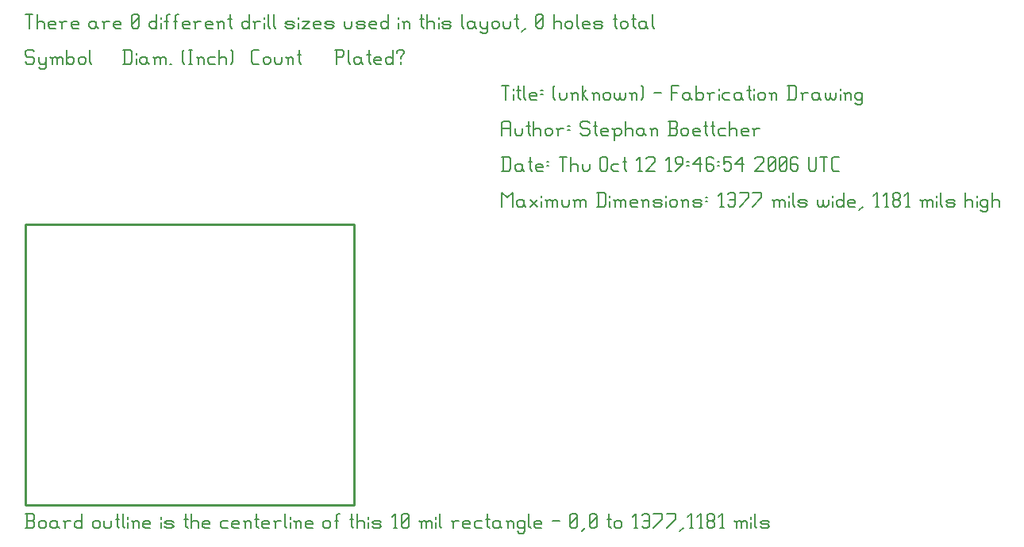
<source format=gbr>
G04 start of page 13 for group -3984 idx -3984
G04 Title: (unknown), fab *
G04 Creator: pcb-bin 20060822 *
G04 CreationDate: Thu Oct 12 19:46:54 2006 UTC *
G04 For: stephan *
G04 Format: Gerber/RS-274X *
G04 PCB-Dimensions: 137795 118110 *
G04 PCB-Coordinate-Origin: lower left *
%MOIN*%
%FSLAX24Y24*%
%LNFAB*%
%ADD11C,0.0060*%
%ADD12C,0.0100*%
G54D11*X300Y19161D02*X375Y19086D01*
X75Y19161D02*X300D01*
X0Y19086D02*X75Y19161D01*
X0Y19086D02*Y18936D01*
X75Y18861D01*
X300D01*
X375Y18786D01*
Y18636D01*
X300Y18561D02*X375Y18636D01*
X75Y18561D02*X300D01*
X0Y18636D02*X75Y18561D01*
X555Y18861D02*Y18636D01*
X630Y18561D01*
X855Y18861D02*Y18411D01*
X780Y18336D02*X855Y18411D01*
X630Y18336D02*X780D01*
X555Y18411D02*X630Y18336D01*
Y18561D02*X780D01*
X855Y18636D01*
X1110Y18786D02*Y18561D01*
Y18786D02*X1185Y18861D01*
X1260D01*
X1335Y18786D01*
Y18561D01*
Y18786D02*X1410Y18861D01*
X1485D01*
X1560Y18786D01*
Y18561D01*
X1035Y18861D02*X1110Y18786D01*
X1740Y19161D02*Y18561D01*
Y18636D02*X1815Y18561D01*
X1965D01*
X2040Y18636D01*
Y18786D02*Y18636D01*
X1965Y18861D02*X2040Y18786D01*
X1815Y18861D02*X1965D01*
X1740Y18786D02*X1815Y18861D01*
X2220Y18786D02*Y18636D01*
Y18786D02*X2295Y18861D01*
X2445D01*
X2520Y18786D01*
Y18636D01*
X2445Y18561D02*X2520Y18636D01*
X2295Y18561D02*X2445D01*
X2220Y18636D02*X2295Y18561D01*
X2700Y19161D02*Y18636D01*
X2775Y18561D01*
X4175Y19161D02*Y18561D01*
X4400Y19161D02*X4475Y19086D01*
Y18636D01*
X4400Y18561D02*X4475Y18636D01*
X4100Y18561D02*X4400D01*
X4100Y19161D02*X4400D01*
X4655Y19011D02*Y18936D01*
Y18786D02*Y18561D01*
X5030Y18861D02*X5105Y18786D01*
X4880Y18861D02*X5030D01*
X4805Y18786D02*X4880Y18861D01*
X4805Y18786D02*Y18636D01*
X4880Y18561D01*
X5105Y18861D02*Y18636D01*
X5180Y18561D01*
X4880D02*X5030D01*
X5105Y18636D01*
X5435Y18786D02*Y18561D01*
Y18786D02*X5510Y18861D01*
X5585D01*
X5660Y18786D01*
Y18561D01*
Y18786D02*X5735Y18861D01*
X5810D01*
X5885Y18786D01*
Y18561D01*
X5360Y18861D02*X5435Y18786D01*
X6065Y18561D02*X6140D01*
X6590Y18636D02*X6665Y18561D01*
X6590Y19086D02*X6665Y19161D01*
X6590Y19086D02*Y18636D01*
X6845Y19161D02*X6995D01*
X6920D02*Y18561D01*
X6845D02*X6995D01*
X7251Y18786D02*Y18561D01*
Y18786D02*X7326Y18861D01*
X7401D01*
X7476Y18786D01*
Y18561D01*
X7176Y18861D02*X7251Y18786D01*
X7731Y18861D02*X7956D01*
X7656Y18786D02*X7731Y18861D01*
X7656Y18786D02*Y18636D01*
X7731Y18561D01*
X7956D01*
X8136Y19161D02*Y18561D01*
Y18786D02*X8211Y18861D01*
X8361D01*
X8436Y18786D01*
Y18561D01*
X8616Y19161D02*X8691Y19086D01*
Y18636D01*
X8616Y18561D02*X8691Y18636D01*
X9575Y18561D02*X9800D01*
X9500Y18636D02*X9575Y18561D01*
X9500Y19086D02*Y18636D01*
Y19086D02*X9575Y19161D01*
X9800D01*
X9980Y18786D02*Y18636D01*
Y18786D02*X10055Y18861D01*
X10205D01*
X10280Y18786D01*
Y18636D01*
X10205Y18561D02*X10280Y18636D01*
X10055Y18561D02*X10205D01*
X9980Y18636D02*X10055Y18561D01*
X10460Y18861D02*Y18636D01*
X10535Y18561D01*
X10685D01*
X10760Y18636D01*
Y18861D02*Y18636D01*
X11015Y18786D02*Y18561D01*
Y18786D02*X11090Y18861D01*
X11165D01*
X11240Y18786D01*
Y18561D01*
X10940Y18861D02*X11015Y18786D01*
X11495Y19161D02*Y18636D01*
X11570Y18561D01*
X11420Y18936D02*X11570D01*
X13075Y19161D02*Y18561D01*
X13000Y19161D02*X13300D01*
X13375Y19086D01*
Y18936D01*
X13300Y18861D02*X13375Y18936D01*
X13075Y18861D02*X13300D01*
X13555Y19161D02*Y18636D01*
X13630Y18561D01*
X14005Y18861D02*X14080Y18786D01*
X13855Y18861D02*X14005D01*
X13780Y18786D02*X13855Y18861D01*
X13780Y18786D02*Y18636D01*
X13855Y18561D01*
X14080Y18861D02*Y18636D01*
X14155Y18561D01*
X13855D02*X14005D01*
X14080Y18636D01*
X14410Y19161D02*Y18636D01*
X14485Y18561D01*
X14335Y18936D02*X14485D01*
X14710Y18561D02*X14935D01*
X14635Y18636D02*X14710Y18561D01*
X14635Y18786D02*Y18636D01*
Y18786D02*X14710Y18861D01*
X14860D01*
X14935Y18786D01*
X14635Y18711D02*X14935D01*
Y18786D02*Y18711D01*
X15415Y19161D02*Y18561D01*
X15340D02*X15415Y18636D01*
X15190Y18561D02*X15340D01*
X15115Y18636D02*X15190Y18561D01*
X15115Y18786D02*Y18636D01*
Y18786D02*X15190Y18861D01*
X15340D01*
X15415Y18786D01*
X15745Y18861D02*Y18786D01*
Y18636D02*Y18561D01*
X15595Y19086D02*Y19011D01*
Y19086D02*X15670Y19161D01*
X15820D01*
X15895Y19086D01*
Y19011D01*
X15745Y18861D02*X15895Y19011D01*
X0Y20661D02*X300D01*
X150D02*Y20061D01*
X480Y20661D02*Y20061D01*
Y20286D02*X555Y20361D01*
X705D01*
X780Y20286D01*
Y20061D01*
X1035D02*X1260D01*
X960Y20136D02*X1035Y20061D01*
X960Y20286D02*Y20136D01*
Y20286D02*X1035Y20361D01*
X1185D01*
X1260Y20286D01*
X960Y20211D02*X1260D01*
Y20286D02*Y20211D01*
X1515Y20286D02*Y20061D01*
Y20286D02*X1590Y20361D01*
X1740D01*
X1440D02*X1515Y20286D01*
X1995Y20061D02*X2220D01*
X1920Y20136D02*X1995Y20061D01*
X1920Y20286D02*Y20136D01*
Y20286D02*X1995Y20361D01*
X2145D01*
X2220Y20286D01*
X1920Y20211D02*X2220D01*
Y20286D02*Y20211D01*
X2895Y20361D02*X2970Y20286D01*
X2745Y20361D02*X2895D01*
X2670Y20286D02*X2745Y20361D01*
X2670Y20286D02*Y20136D01*
X2745Y20061D01*
X2970Y20361D02*Y20136D01*
X3045Y20061D01*
X2745D02*X2895D01*
X2970Y20136D01*
X3300Y20286D02*Y20061D01*
Y20286D02*X3375Y20361D01*
X3525D01*
X3225D02*X3300Y20286D01*
X3781Y20061D02*X4006D01*
X3706Y20136D02*X3781Y20061D01*
X3706Y20286D02*Y20136D01*
Y20286D02*X3781Y20361D01*
X3931D01*
X4006Y20286D01*
X3706Y20211D02*X4006D01*
Y20286D02*Y20211D01*
X4456Y20136D02*X4531Y20061D01*
X4456Y20586D02*Y20136D01*
Y20586D02*X4531Y20661D01*
X4681D01*
X4756Y20586D01*
Y20136D01*
X4681Y20061D02*X4756Y20136D01*
X4531Y20061D02*X4681D01*
X4456Y20211D02*X4756Y20511D01*
X5506Y20661D02*Y20061D01*
X5431D02*X5506Y20136D01*
X5281Y20061D02*X5431D01*
X5206Y20136D02*X5281Y20061D01*
X5206Y20286D02*Y20136D01*
Y20286D02*X5281Y20361D01*
X5431D01*
X5506Y20286D01*
X5686Y20511D02*Y20436D01*
Y20286D02*Y20061D01*
X5911Y20586D02*Y20061D01*
Y20586D02*X5986Y20661D01*
X6061D01*
X5836Y20361D02*X5986D01*
X6286Y20586D02*Y20061D01*
Y20586D02*X6361Y20661D01*
X6436D01*
X6211Y20361D02*X6361D01*
X6661Y20061D02*X6886D01*
X6586Y20136D02*X6661Y20061D01*
X6586Y20286D02*Y20136D01*
Y20286D02*X6661Y20361D01*
X6811D01*
X6886Y20286D01*
X6586Y20211D02*X6886D01*
Y20286D02*Y20211D01*
X7142Y20286D02*Y20061D01*
Y20286D02*X7217Y20361D01*
X7367D01*
X7067D02*X7142Y20286D01*
X7622Y20061D02*X7847D01*
X7547Y20136D02*X7622Y20061D01*
X7547Y20286D02*Y20136D01*
Y20286D02*X7622Y20361D01*
X7772D01*
X7847Y20286D01*
X7547Y20211D02*X7847D01*
Y20286D02*Y20211D01*
X8102Y20286D02*Y20061D01*
Y20286D02*X8177Y20361D01*
X8252D01*
X8327Y20286D01*
Y20061D01*
X8027Y20361D02*X8102Y20286D01*
X8582Y20661D02*Y20136D01*
X8657Y20061D01*
X8507Y20436D02*X8657D01*
X9377Y20661D02*Y20061D01*
X9302D02*X9377Y20136D01*
X9152Y20061D02*X9302D01*
X9077Y20136D02*X9152Y20061D01*
X9077Y20286D02*Y20136D01*
Y20286D02*X9152Y20361D01*
X9302D01*
X9377Y20286D01*
X9632D02*Y20061D01*
Y20286D02*X9707Y20361D01*
X9857D01*
X9557D02*X9632Y20286D01*
X10038Y20511D02*Y20436D01*
Y20286D02*Y20061D01*
X10188Y20661D02*Y20136D01*
X10263Y20061D01*
X10413Y20661D02*Y20136D01*
X10488Y20061D01*
X10983D02*X11208D01*
X11283Y20136D01*
X11208Y20211D02*X11283Y20136D01*
X10983Y20211D02*X11208D01*
X10908Y20286D02*X10983Y20211D01*
X10908Y20286D02*X10983Y20361D01*
X11208D01*
X11283Y20286D01*
X10908Y20136D02*X10983Y20061D01*
X11463Y20511D02*Y20436D01*
Y20286D02*Y20061D01*
X11613Y20361D02*X11913D01*
X11613Y20061D02*X11913Y20361D01*
X11613Y20061D02*X11913D01*
X12168D02*X12393D01*
X12093Y20136D02*X12168Y20061D01*
X12093Y20286D02*Y20136D01*
Y20286D02*X12168Y20361D01*
X12318D01*
X12393Y20286D01*
X12093Y20211D02*X12393D01*
Y20286D02*Y20211D01*
X12649Y20061D02*X12874D01*
X12949Y20136D01*
X12874Y20211D02*X12949Y20136D01*
X12649Y20211D02*X12874D01*
X12574Y20286D02*X12649Y20211D01*
X12574Y20286D02*X12649Y20361D01*
X12874D01*
X12949Y20286D01*
X12574Y20136D02*X12649Y20061D01*
X13399Y20361D02*Y20136D01*
X13474Y20061D01*
X13624D01*
X13699Y20136D01*
Y20361D02*Y20136D01*
X13954Y20061D02*X14179D01*
X14254Y20136D01*
X14179Y20211D02*X14254Y20136D01*
X13954Y20211D02*X14179D01*
X13879Y20286D02*X13954Y20211D01*
X13879Y20286D02*X13954Y20361D01*
X14179D01*
X14254Y20286D01*
X13879Y20136D02*X13954Y20061D01*
X14509D02*X14734D01*
X14434Y20136D02*X14509Y20061D01*
X14434Y20286D02*Y20136D01*
Y20286D02*X14509Y20361D01*
X14659D01*
X14734Y20286D01*
X14434Y20211D02*X14734D01*
Y20286D02*Y20211D01*
X15214Y20661D02*Y20061D01*
X15139D02*X15214Y20136D01*
X14989Y20061D02*X15139D01*
X14914Y20136D02*X14989Y20061D01*
X14914Y20286D02*Y20136D01*
Y20286D02*X14989Y20361D01*
X15139D01*
X15214Y20286D01*
X15664Y20511D02*Y20436D01*
Y20286D02*Y20061D01*
X15889Y20286D02*Y20061D01*
Y20286D02*X15964Y20361D01*
X16039D01*
X16114Y20286D01*
Y20061D01*
X15814Y20361D02*X15889Y20286D01*
X16640Y20661D02*Y20136D01*
X16715Y20061D01*
X16565Y20436D02*X16715D01*
X16865Y20661D02*Y20061D01*
Y20286D02*X16940Y20361D01*
X17090D01*
X17165Y20286D01*
Y20061D01*
X17345Y20511D02*Y20436D01*
Y20286D02*Y20061D01*
X17570D02*X17795D01*
X17870Y20136D01*
X17795Y20211D02*X17870Y20136D01*
X17570Y20211D02*X17795D01*
X17495Y20286D02*X17570Y20211D01*
X17495Y20286D02*X17570Y20361D01*
X17795D01*
X17870Y20286D01*
X17495Y20136D02*X17570Y20061D01*
X18320Y20661D02*Y20136D01*
X18395Y20061D01*
X18770Y20361D02*X18845Y20286D01*
X18620Y20361D02*X18770D01*
X18545Y20286D02*X18620Y20361D01*
X18545Y20286D02*Y20136D01*
X18620Y20061D01*
X18845Y20361D02*Y20136D01*
X18920Y20061D01*
X18620D02*X18770D01*
X18845Y20136D01*
X19101Y20361D02*Y20136D01*
X19176Y20061D01*
X19401Y20361D02*Y19911D01*
X19326Y19836D02*X19401Y19911D01*
X19176Y19836D02*X19326D01*
X19101Y19911D02*X19176Y19836D01*
Y20061D02*X19326D01*
X19401Y20136D01*
X19581Y20286D02*Y20136D01*
Y20286D02*X19656Y20361D01*
X19806D01*
X19881Y20286D01*
Y20136D01*
X19806Y20061D02*X19881Y20136D01*
X19656Y20061D02*X19806D01*
X19581Y20136D02*X19656Y20061D01*
X20061Y20361D02*Y20136D01*
X20136Y20061D01*
X20286D01*
X20361Y20136D01*
Y20361D02*Y20136D01*
X20616Y20661D02*Y20136D01*
X20691Y20061D01*
X20541Y20436D02*X20691D01*
X20841Y19911D02*X20991Y20061D01*
X21441Y20136D02*X21516Y20061D01*
X21441Y20586D02*Y20136D01*
Y20586D02*X21516Y20661D01*
X21666D01*
X21741Y20586D01*
Y20136D01*
X21666Y20061D02*X21741Y20136D01*
X21516Y20061D02*X21666D01*
X21441Y20211D02*X21741Y20511D01*
X22191Y20661D02*Y20061D01*
Y20286D02*X22266Y20361D01*
X22416D01*
X22491Y20286D01*
Y20061D01*
X22672Y20286D02*Y20136D01*
Y20286D02*X22747Y20361D01*
X22897D01*
X22972Y20286D01*
Y20136D01*
X22897Y20061D02*X22972Y20136D01*
X22747Y20061D02*X22897D01*
X22672Y20136D02*X22747Y20061D01*
X23152Y20661D02*Y20136D01*
X23227Y20061D01*
X23452D02*X23677D01*
X23377Y20136D02*X23452Y20061D01*
X23377Y20286D02*Y20136D01*
Y20286D02*X23452Y20361D01*
X23602D01*
X23677Y20286D01*
X23377Y20211D02*X23677D01*
Y20286D02*Y20211D01*
X23932Y20061D02*X24157D01*
X24232Y20136D01*
X24157Y20211D02*X24232Y20136D01*
X23932Y20211D02*X24157D01*
X23857Y20286D02*X23932Y20211D01*
X23857Y20286D02*X23932Y20361D01*
X24157D01*
X24232Y20286D01*
X23857Y20136D02*X23932Y20061D01*
X24757Y20661D02*Y20136D01*
X24832Y20061D01*
X24682Y20436D02*X24832D01*
X24982Y20286D02*Y20136D01*
Y20286D02*X25057Y20361D01*
X25207D01*
X25282Y20286D01*
Y20136D01*
X25207Y20061D02*X25282Y20136D01*
X25057Y20061D02*X25207D01*
X24982Y20136D02*X25057Y20061D01*
X25537Y20661D02*Y20136D01*
X25612Y20061D01*
X25462Y20436D02*X25612D01*
X25988Y20361D02*X26063Y20286D01*
X25838Y20361D02*X25988D01*
X25763Y20286D02*X25838Y20361D01*
X25763Y20286D02*Y20136D01*
X25838Y20061D01*
X26063Y20361D02*Y20136D01*
X26138Y20061D01*
X25838D02*X25988D01*
X26063Y20136D01*
X26318Y20661D02*Y20136D01*
X26393Y20061D01*
G54D12*X0Y11811D02*X13779D01*
X0D02*Y0D01*
X13779Y11811D02*Y0D01*
X0D02*X13779D01*
G54D11*X20000Y13161D02*Y12561D01*
Y13161D02*X20225Y12936D01*
X20450Y13161D01*
Y12561D01*
X20855Y12861D02*X20930Y12786D01*
X20705Y12861D02*X20855D01*
X20630Y12786D02*X20705Y12861D01*
X20630Y12786D02*Y12636D01*
X20705Y12561D01*
X20930Y12861D02*Y12636D01*
X21005Y12561D01*
X20705D02*X20855D01*
X20930Y12636D01*
X21185Y12861D02*X21485Y12561D01*
X21185D02*X21485Y12861D01*
X21665Y13011D02*Y12936D01*
Y12786D02*Y12561D01*
X21890Y12786D02*Y12561D01*
Y12786D02*X21965Y12861D01*
X22040D01*
X22115Y12786D01*
Y12561D01*
Y12786D02*X22190Y12861D01*
X22265D01*
X22340Y12786D01*
Y12561D01*
X21815Y12861D02*X21890Y12786D01*
X22520Y12861D02*Y12636D01*
X22595Y12561D01*
X22745D01*
X22820Y12636D01*
Y12861D02*Y12636D01*
X23075Y12786D02*Y12561D01*
Y12786D02*X23150Y12861D01*
X23225D01*
X23300Y12786D01*
Y12561D01*
Y12786D02*X23375Y12861D01*
X23450D01*
X23525Y12786D01*
Y12561D01*
X23000Y12861D02*X23075Y12786D01*
X24051Y13161D02*Y12561D01*
X24276Y13161D02*X24351Y13086D01*
Y12636D01*
X24276Y12561D02*X24351Y12636D01*
X23976Y12561D02*X24276D01*
X23976Y13161D02*X24276D01*
X24531Y13011D02*Y12936D01*
Y12786D02*Y12561D01*
X24756Y12786D02*Y12561D01*
Y12786D02*X24831Y12861D01*
X24906D01*
X24981Y12786D01*
Y12561D01*
Y12786D02*X25056Y12861D01*
X25131D01*
X25206Y12786D01*
Y12561D01*
X24681Y12861D02*X24756Y12786D01*
X25461Y12561D02*X25686D01*
X25386Y12636D02*X25461Y12561D01*
X25386Y12786D02*Y12636D01*
Y12786D02*X25461Y12861D01*
X25611D01*
X25686Y12786D01*
X25386Y12711D02*X25686D01*
Y12786D02*Y12711D01*
X25941Y12786D02*Y12561D01*
Y12786D02*X26016Y12861D01*
X26091D01*
X26166Y12786D01*
Y12561D01*
X25866Y12861D02*X25941Y12786D01*
X26421Y12561D02*X26646D01*
X26721Y12636D01*
X26646Y12711D02*X26721Y12636D01*
X26421Y12711D02*X26646D01*
X26346Y12786D02*X26421Y12711D01*
X26346Y12786D02*X26421Y12861D01*
X26646D01*
X26721Y12786D01*
X26346Y12636D02*X26421Y12561D01*
X26901Y13011D02*Y12936D01*
Y12786D02*Y12561D01*
X27052Y12786D02*Y12636D01*
Y12786D02*X27127Y12861D01*
X27277D01*
X27352Y12786D01*
Y12636D01*
X27277Y12561D02*X27352Y12636D01*
X27127Y12561D02*X27277D01*
X27052Y12636D02*X27127Y12561D01*
X27607Y12786D02*Y12561D01*
Y12786D02*X27682Y12861D01*
X27757D01*
X27832Y12786D01*
Y12561D01*
X27532Y12861D02*X27607Y12786D01*
X28087Y12561D02*X28312D01*
X28387Y12636D01*
X28312Y12711D02*X28387Y12636D01*
X28087Y12711D02*X28312D01*
X28012Y12786D02*X28087Y12711D01*
X28012Y12786D02*X28087Y12861D01*
X28312D01*
X28387Y12786D01*
X28012Y12636D02*X28087Y12561D01*
X28567Y12936D02*X28642D01*
X28567Y12786D02*X28642D01*
X29167Y12561D02*X29317D01*
X29242Y13161D02*Y12561D01*
X29092Y13011D02*X29242Y13161D01*
X29497Y13086D02*X29572Y13161D01*
X29722D01*
X29797Y13086D01*
Y12636D01*
X29722Y12561D02*X29797Y12636D01*
X29572Y12561D02*X29722D01*
X29497Y12636D02*X29572Y12561D01*
Y12861D02*X29797D01*
X29978Y12561D02*X30353Y12936D01*
Y13161D02*Y12936D01*
X29978Y13161D02*X30353D01*
X30533Y12561D02*X30908Y12936D01*
Y13161D02*Y12936D01*
X30533Y13161D02*X30908D01*
X31433Y12786D02*Y12561D01*
Y12786D02*X31508Y12861D01*
X31583D01*
X31658Y12786D01*
Y12561D01*
Y12786D02*X31733Y12861D01*
X31808D01*
X31883Y12786D01*
Y12561D01*
X31358Y12861D02*X31433Y12786D01*
X32063Y13011D02*Y12936D01*
Y12786D02*Y12561D01*
X32213Y13161D02*Y12636D01*
X32288Y12561D01*
X32513D02*X32738D01*
X32813Y12636D01*
X32738Y12711D02*X32813Y12636D01*
X32513Y12711D02*X32738D01*
X32438Y12786D02*X32513Y12711D01*
X32438Y12786D02*X32513Y12861D01*
X32738D01*
X32813Y12786D01*
X32438Y12636D02*X32513Y12561D01*
X33263Y12861D02*Y12636D01*
X33338Y12561D01*
X33413D01*
X33488Y12636D01*
Y12861D02*Y12636D01*
X33563Y12561D01*
X33638D01*
X33713Y12636D01*
Y12861D02*Y12636D01*
X33894Y13011D02*Y12936D01*
Y12786D02*Y12561D01*
X34344Y13161D02*Y12561D01*
X34269D02*X34344Y12636D01*
X34119Y12561D02*X34269D01*
X34044Y12636D02*X34119Y12561D01*
X34044Y12786D02*Y12636D01*
Y12786D02*X34119Y12861D01*
X34269D01*
X34344Y12786D01*
X34599Y12561D02*X34824D01*
X34524Y12636D02*X34599Y12561D01*
X34524Y12786D02*Y12636D01*
Y12786D02*X34599Y12861D01*
X34749D01*
X34824Y12786D01*
X34524Y12711D02*X34824D01*
Y12786D02*Y12711D01*
X35004Y12411D02*X35154Y12561D01*
X35679D02*X35829D01*
X35754Y13161D02*Y12561D01*
X35604Y13011D02*X35754Y13161D01*
X36084Y12561D02*X36234D01*
X36159Y13161D02*Y12561D01*
X36009Y13011D02*X36159Y13161D01*
X36414Y12636D02*X36489Y12561D01*
X36414Y12786D02*Y12636D01*
Y12786D02*X36489Y12861D01*
X36639D01*
X36714Y12786D01*
Y12636D01*
X36639Y12561D02*X36714Y12636D01*
X36489Y12561D02*X36639D01*
X36414Y12936D02*X36489Y12861D01*
X36414Y13086D02*Y12936D01*
Y13086D02*X36489Y13161D01*
X36639D01*
X36714Y13086D01*
Y12936D01*
X36639Y12861D02*X36714Y12936D01*
X36970Y12561D02*X37120D01*
X37045Y13161D02*Y12561D01*
X36895Y13011D02*X37045Y13161D01*
X37645Y12786D02*Y12561D01*
Y12786D02*X37720Y12861D01*
X37795D01*
X37870Y12786D01*
Y12561D01*
Y12786D02*X37945Y12861D01*
X38020D01*
X38095Y12786D01*
Y12561D01*
X37570Y12861D02*X37645Y12786D01*
X38275Y13011D02*Y12936D01*
Y12786D02*Y12561D01*
X38425Y13161D02*Y12636D01*
X38500Y12561D01*
X38725D02*X38950D01*
X39025Y12636D01*
X38950Y12711D02*X39025Y12636D01*
X38725Y12711D02*X38950D01*
X38650Y12786D02*X38725Y12711D01*
X38650Y12786D02*X38725Y12861D01*
X38950D01*
X39025Y12786D01*
X38650Y12636D02*X38725Y12561D01*
X39475Y13161D02*Y12561D01*
Y12786D02*X39550Y12861D01*
X39700D01*
X39775Y12786D01*
Y12561D01*
X39956Y13011D02*Y12936D01*
Y12786D02*Y12561D01*
X40331Y12861D02*X40406Y12786D01*
X40181Y12861D02*X40331D01*
X40106Y12786D02*X40181Y12861D01*
X40106Y12786D02*Y12636D01*
X40181Y12561D01*
X40331D01*
X40406Y12636D01*
X40106Y12411D02*X40181Y12336D01*
X40331D01*
X40406Y12411D01*
Y12861D02*Y12411D01*
X40586Y13161D02*Y12561D01*
Y12786D02*X40661Y12861D01*
X40811D01*
X40886Y12786D01*
Y12561D01*
X0Y-950D02*X300D01*
X375Y-875D01*
Y-725D02*Y-875D01*
X300Y-650D02*X375Y-725D01*
X75Y-650D02*X300D01*
X75Y-350D02*Y-950D01*
X0Y-350D02*X300D01*
X375Y-425D01*
Y-575D01*
X300Y-650D02*X375Y-575D01*
X555Y-725D02*Y-875D01*
Y-725D02*X630Y-650D01*
X780D01*
X855Y-725D01*
Y-875D01*
X780Y-950D02*X855Y-875D01*
X630Y-950D02*X780D01*
X555Y-875D02*X630Y-950D01*
X1260Y-650D02*X1335Y-725D01*
X1110Y-650D02*X1260D01*
X1035Y-725D02*X1110Y-650D01*
X1035Y-725D02*Y-875D01*
X1110Y-950D01*
X1335Y-650D02*Y-875D01*
X1410Y-950D01*
X1110D02*X1260D01*
X1335Y-875D01*
X1665Y-725D02*Y-950D01*
Y-725D02*X1740Y-650D01*
X1890D01*
X1590D02*X1665Y-725D01*
X2370Y-350D02*Y-950D01*
X2295D02*X2370Y-875D01*
X2145Y-950D02*X2295D01*
X2070Y-875D02*X2145Y-950D01*
X2070Y-725D02*Y-875D01*
Y-725D02*X2145Y-650D01*
X2295D01*
X2370Y-725D01*
X2820D02*Y-875D01*
Y-725D02*X2895Y-650D01*
X3045D01*
X3120Y-725D01*
Y-875D01*
X3045Y-950D02*X3120Y-875D01*
X2895Y-950D02*X3045D01*
X2820Y-875D02*X2895Y-950D01*
X3300Y-650D02*Y-875D01*
X3375Y-950D01*
X3525D01*
X3600Y-875D01*
Y-650D02*Y-875D01*
X3856Y-350D02*Y-875D01*
X3931Y-950D01*
X3781Y-575D02*X3931D01*
X4081Y-350D02*Y-875D01*
X4156Y-950D01*
X4306Y-500D02*Y-575D01*
Y-725D02*Y-950D01*
X4531Y-725D02*Y-950D01*
Y-725D02*X4606Y-650D01*
X4681D01*
X4756Y-725D01*
Y-950D01*
X4456Y-650D02*X4531Y-725D01*
X5011Y-950D02*X5236D01*
X4936Y-875D02*X5011Y-950D01*
X4936Y-725D02*Y-875D01*
Y-725D02*X5011Y-650D01*
X5161D01*
X5236Y-725D01*
X4936Y-800D02*X5236D01*
Y-725D02*Y-800D01*
X5686Y-500D02*Y-575D01*
Y-725D02*Y-950D01*
X5911D02*X6136D01*
X6211Y-875D01*
X6136Y-800D02*X6211Y-875D01*
X5911Y-800D02*X6136D01*
X5836Y-725D02*X5911Y-800D01*
X5836Y-725D02*X5911Y-650D01*
X6136D01*
X6211Y-725D01*
X5836Y-875D02*X5911Y-950D01*
X6737Y-350D02*Y-875D01*
X6812Y-950D01*
X6662Y-575D02*X6812D01*
X6962Y-350D02*Y-950D01*
Y-725D02*X7037Y-650D01*
X7187D01*
X7262Y-725D01*
Y-950D01*
X7517D02*X7742D01*
X7442Y-875D02*X7517Y-950D01*
X7442Y-725D02*Y-875D01*
Y-725D02*X7517Y-650D01*
X7667D01*
X7742Y-725D01*
X7442Y-800D02*X7742D01*
Y-725D02*Y-800D01*
X8267Y-650D02*X8492D01*
X8192Y-725D02*X8267Y-650D01*
X8192Y-725D02*Y-875D01*
X8267Y-950D01*
X8492D01*
X8747D02*X8972D01*
X8672Y-875D02*X8747Y-950D01*
X8672Y-725D02*Y-875D01*
Y-725D02*X8747Y-650D01*
X8897D01*
X8972Y-725D01*
X8672Y-800D02*X8972D01*
Y-725D02*Y-800D01*
X9227Y-725D02*Y-950D01*
Y-725D02*X9302Y-650D01*
X9377D01*
X9452Y-725D01*
Y-950D01*
X9152Y-650D02*X9227Y-725D01*
X9708Y-350D02*Y-875D01*
X9783Y-950D01*
X9633Y-575D02*X9783D01*
X10008Y-950D02*X10233D01*
X9933Y-875D02*X10008Y-950D01*
X9933Y-725D02*Y-875D01*
Y-725D02*X10008Y-650D01*
X10158D01*
X10233Y-725D01*
X9933Y-800D02*X10233D01*
Y-725D02*Y-800D01*
X10488Y-725D02*Y-950D01*
Y-725D02*X10563Y-650D01*
X10713D01*
X10413D02*X10488Y-725D01*
X10893Y-350D02*Y-875D01*
X10968Y-950D01*
X11118Y-500D02*Y-575D01*
Y-725D02*Y-950D01*
X11343Y-725D02*Y-950D01*
Y-725D02*X11418Y-650D01*
X11493D01*
X11568Y-725D01*
Y-950D01*
X11268Y-650D02*X11343Y-725D01*
X11823Y-950D02*X12048D01*
X11748Y-875D02*X11823Y-950D01*
X11748Y-725D02*Y-875D01*
Y-725D02*X11823Y-650D01*
X11973D01*
X12048Y-725D01*
X11748Y-800D02*X12048D01*
Y-725D02*Y-800D01*
X12499Y-725D02*Y-875D01*
Y-725D02*X12574Y-650D01*
X12724D01*
X12799Y-725D01*
Y-875D01*
X12724Y-950D02*X12799Y-875D01*
X12574Y-950D02*X12724D01*
X12499Y-875D02*X12574Y-950D01*
X13054Y-425D02*Y-950D01*
Y-425D02*X13129Y-350D01*
X13204D01*
X12979Y-650D02*X13129D01*
X13699Y-350D02*Y-875D01*
X13774Y-950D01*
X13624Y-575D02*X13774D01*
X13924Y-350D02*Y-950D01*
Y-725D02*X13999Y-650D01*
X14149D01*
X14224Y-725D01*
Y-950D01*
X14404Y-500D02*Y-575D01*
Y-725D02*Y-950D01*
X14629D02*X14854D01*
X14929Y-875D01*
X14854Y-800D02*X14929Y-875D01*
X14629Y-800D02*X14854D01*
X14554Y-725D02*X14629Y-800D01*
X14554Y-725D02*X14629Y-650D01*
X14854D01*
X14929Y-725D01*
X14554Y-875D02*X14629Y-950D01*
X15454D02*X15604D01*
X15529Y-350D02*Y-950D01*
X15379Y-500D02*X15529Y-350D01*
X15785Y-875D02*X15860Y-950D01*
X15785Y-425D02*Y-875D01*
Y-425D02*X15860Y-350D01*
X16010D01*
X16085Y-425D01*
Y-875D01*
X16010Y-950D02*X16085Y-875D01*
X15860Y-950D02*X16010D01*
X15785Y-800D02*X16085Y-500D01*
X16610Y-725D02*Y-950D01*
Y-725D02*X16685Y-650D01*
X16760D01*
X16835Y-725D01*
Y-950D01*
Y-725D02*X16910Y-650D01*
X16985D01*
X17060Y-725D01*
Y-950D01*
X16535Y-650D02*X16610Y-725D01*
X17240Y-500D02*Y-575D01*
Y-725D02*Y-950D01*
X17390Y-350D02*Y-875D01*
X17465Y-950D01*
X17960Y-725D02*Y-950D01*
Y-725D02*X18035Y-650D01*
X18185D01*
X17885D02*X17960Y-725D01*
X18440Y-950D02*X18665D01*
X18365Y-875D02*X18440Y-950D01*
X18365Y-725D02*Y-875D01*
Y-725D02*X18440Y-650D01*
X18590D01*
X18665Y-725D01*
X18365Y-800D02*X18665D01*
Y-725D02*Y-800D01*
X18921Y-650D02*X19146D01*
X18846Y-725D02*X18921Y-650D01*
X18846Y-725D02*Y-875D01*
X18921Y-950D01*
X19146D01*
X19401Y-350D02*Y-875D01*
X19476Y-950D01*
X19326Y-575D02*X19476D01*
X19851Y-650D02*X19926Y-725D01*
X19701Y-650D02*X19851D01*
X19626Y-725D02*X19701Y-650D01*
X19626Y-725D02*Y-875D01*
X19701Y-950D01*
X19926Y-650D02*Y-875D01*
X20001Y-950D01*
X19701D02*X19851D01*
X19926Y-875D01*
X20256Y-725D02*Y-950D01*
Y-725D02*X20331Y-650D01*
X20406D01*
X20481Y-725D01*
Y-950D01*
X20181Y-650D02*X20256Y-725D01*
X20886Y-650D02*X20961Y-725D01*
X20736Y-650D02*X20886D01*
X20661Y-725D02*X20736Y-650D01*
X20661Y-725D02*Y-875D01*
X20736Y-950D01*
X20886D01*
X20961Y-875D01*
X20661Y-1100D02*X20736Y-1175D01*
X20886D01*
X20961Y-1100D01*
Y-650D02*Y-1100D01*
X21141Y-350D02*Y-875D01*
X21216Y-950D01*
X21441D02*X21666D01*
X21366Y-875D02*X21441Y-950D01*
X21366Y-725D02*Y-875D01*
Y-725D02*X21441Y-650D01*
X21591D01*
X21666Y-725D01*
X21366Y-800D02*X21666D01*
Y-725D02*Y-800D01*
X22117Y-650D02*X22417D01*
X22867Y-875D02*X22942Y-950D01*
X22867Y-425D02*Y-875D01*
Y-425D02*X22942Y-350D01*
X23092D01*
X23167Y-425D01*
Y-875D01*
X23092Y-950D02*X23167Y-875D01*
X22942Y-950D02*X23092D01*
X22867Y-800D02*X23167Y-500D01*
X23347Y-1100D02*X23497Y-950D01*
X23677Y-875D02*X23752Y-950D01*
X23677Y-425D02*Y-875D01*
Y-425D02*X23752Y-350D01*
X23902D01*
X23977Y-425D01*
Y-875D01*
X23902Y-950D02*X23977Y-875D01*
X23752Y-950D02*X23902D01*
X23677Y-800D02*X23977Y-500D01*
X24502Y-350D02*Y-875D01*
X24577Y-950D01*
X24427Y-575D02*X24577D01*
X24727Y-725D02*Y-875D01*
Y-725D02*X24802Y-650D01*
X24952D01*
X25027Y-725D01*
Y-875D01*
X24952Y-950D02*X25027Y-875D01*
X24802Y-950D02*X24952D01*
X24727Y-875D02*X24802Y-950D01*
X25552D02*X25702D01*
X25627Y-350D02*Y-950D01*
X25477Y-500D02*X25627Y-350D01*
X25883Y-425D02*X25958Y-350D01*
X26108D01*
X26183Y-425D01*
Y-875D01*
X26108Y-950D02*X26183Y-875D01*
X25958Y-950D02*X26108D01*
X25883Y-875D02*X25958Y-950D01*
Y-650D02*X26183D01*
X26363Y-950D02*X26738Y-575D01*
Y-350D02*Y-575D01*
X26363Y-350D02*X26738D01*
X26918Y-950D02*X27293Y-575D01*
Y-350D02*Y-575D01*
X26918Y-350D02*X27293D01*
X27473Y-1100D02*X27623Y-950D01*
X27878D02*X28028D01*
X27953Y-350D02*Y-950D01*
X27803Y-500D02*X27953Y-350D01*
X28283Y-950D02*X28433D01*
X28358Y-350D02*Y-950D01*
X28208Y-500D02*X28358Y-350D01*
X28614Y-875D02*X28689Y-950D01*
X28614Y-725D02*Y-875D01*
Y-725D02*X28689Y-650D01*
X28839D01*
X28914Y-725D01*
Y-875D01*
X28839Y-950D02*X28914Y-875D01*
X28689Y-950D02*X28839D01*
X28614Y-575D02*X28689Y-650D01*
X28614Y-425D02*Y-575D01*
Y-425D02*X28689Y-350D01*
X28839D01*
X28914Y-425D01*
Y-575D01*
X28839Y-650D02*X28914Y-575D01*
X29169Y-950D02*X29319D01*
X29244Y-350D02*Y-950D01*
X29094Y-500D02*X29244Y-350D01*
X29844Y-725D02*Y-950D01*
Y-725D02*X29919Y-650D01*
X29994D01*
X30069Y-725D01*
Y-950D01*
Y-725D02*X30144Y-650D01*
X30219D01*
X30294Y-725D01*
Y-950D01*
X29769Y-650D02*X29844Y-725D01*
X30474Y-500D02*Y-575D01*
Y-725D02*Y-950D01*
X30624Y-350D02*Y-875D01*
X30699Y-950D01*
X30924D02*X31149D01*
X31224Y-875D01*
X31149Y-800D02*X31224Y-875D01*
X30924Y-800D02*X31149D01*
X30849Y-725D02*X30924Y-800D01*
X30849Y-725D02*X30924Y-650D01*
X31149D01*
X31224Y-725D01*
X30849Y-875D02*X30924Y-950D01*
X20075Y14661D02*Y14061D01*
X20300Y14661D02*X20375Y14586D01*
Y14136D01*
X20300Y14061D02*X20375Y14136D01*
X20000Y14061D02*X20300D01*
X20000Y14661D02*X20300D01*
X20780Y14361D02*X20855Y14286D01*
X20630Y14361D02*X20780D01*
X20555Y14286D02*X20630Y14361D01*
X20555Y14286D02*Y14136D01*
X20630Y14061D01*
X20855Y14361D02*Y14136D01*
X20930Y14061D01*
X20630D02*X20780D01*
X20855Y14136D01*
X21185Y14661D02*Y14136D01*
X21260Y14061D01*
X21110Y14436D02*X21260D01*
X21485Y14061D02*X21710D01*
X21410Y14136D02*X21485Y14061D01*
X21410Y14286D02*Y14136D01*
Y14286D02*X21485Y14361D01*
X21635D01*
X21710Y14286D01*
X21410Y14211D02*X21710D01*
Y14286D02*Y14211D01*
X21890Y14436D02*X21965D01*
X21890Y14286D02*X21965D01*
X22415Y14661D02*X22715D01*
X22565D02*Y14061D01*
X22895Y14661D02*Y14061D01*
Y14286D02*X22970Y14361D01*
X23120D01*
X23195Y14286D01*
Y14061D01*
X23376Y14361D02*Y14136D01*
X23451Y14061D01*
X23601D01*
X23676Y14136D01*
Y14361D02*Y14136D01*
X24126Y14586D02*Y14136D01*
Y14586D02*X24201Y14661D01*
X24351D01*
X24426Y14586D01*
Y14136D01*
X24351Y14061D02*X24426Y14136D01*
X24201Y14061D02*X24351D01*
X24126Y14136D02*X24201Y14061D01*
X24681Y14361D02*X24906D01*
X24606Y14286D02*X24681Y14361D01*
X24606Y14286D02*Y14136D01*
X24681Y14061D01*
X24906D01*
X25161Y14661D02*Y14136D01*
X25236Y14061D01*
X25086Y14436D02*X25236D01*
X25731Y14061D02*X25881D01*
X25806Y14661D02*Y14061D01*
X25656Y14511D02*X25806Y14661D01*
X26061Y14586D02*X26136Y14661D01*
X26361D01*
X26436Y14586D01*
Y14436D01*
X26061Y14061D02*X26436Y14436D01*
X26061Y14061D02*X26436D01*
X26961D02*X27111D01*
X27036Y14661D02*Y14061D01*
X26886Y14511D02*X27036Y14661D01*
X27292Y14061D02*X27592Y14361D01*
Y14586D02*Y14361D01*
X27517Y14661D02*X27592Y14586D01*
X27367Y14661D02*X27517D01*
X27292Y14586D02*X27367Y14661D01*
X27292Y14586D02*Y14436D01*
X27367Y14361D01*
X27592D01*
X27772Y14436D02*X27847D01*
X27772Y14286D02*X27847D01*
X28027Y14361D02*X28327Y14661D01*
X28027Y14361D02*X28402D01*
X28327Y14661D02*Y14061D01*
X28807Y14661D02*X28882Y14586D01*
X28657Y14661D02*X28807D01*
X28582Y14586D02*X28657Y14661D01*
X28582Y14586D02*Y14136D01*
X28657Y14061D01*
X28807Y14361D02*X28882Y14286D01*
X28582Y14361D02*X28807D01*
X28657Y14061D02*X28807D01*
X28882Y14136D01*
Y14286D02*Y14136D01*
X29062Y14436D02*X29137D01*
X29062Y14286D02*X29137D01*
X29317Y14661D02*X29617D01*
X29317D02*Y14361D01*
X29392Y14436D01*
X29542D01*
X29617Y14361D01*
Y14136D01*
X29542Y14061D02*X29617Y14136D01*
X29392Y14061D02*X29542D01*
X29317Y14136D02*X29392Y14061D01*
X29798Y14361D02*X30098Y14661D01*
X29798Y14361D02*X30173D01*
X30098Y14661D02*Y14061D01*
X30623Y14586D02*X30698Y14661D01*
X30923D01*
X30998Y14586D01*
Y14436D01*
X30623Y14061D02*X30998Y14436D01*
X30623Y14061D02*X30998D01*
X31178Y14136D02*X31253Y14061D01*
X31178Y14586D02*Y14136D01*
Y14586D02*X31253Y14661D01*
X31403D01*
X31478Y14586D01*
Y14136D01*
X31403Y14061D02*X31478Y14136D01*
X31253Y14061D02*X31403D01*
X31178Y14211D02*X31478Y14511D01*
X31658Y14136D02*X31733Y14061D01*
X31658Y14586D02*Y14136D01*
Y14586D02*X31733Y14661D01*
X31883D01*
X31958Y14586D01*
Y14136D01*
X31883Y14061D02*X31958Y14136D01*
X31733Y14061D02*X31883D01*
X31658Y14211D02*X31958Y14511D01*
X32363Y14661D02*X32438Y14586D01*
X32213Y14661D02*X32363D01*
X32138Y14586D02*X32213Y14661D01*
X32138Y14586D02*Y14136D01*
X32213Y14061D01*
X32363Y14361D02*X32438Y14286D01*
X32138Y14361D02*X32363D01*
X32213Y14061D02*X32363D01*
X32438Y14136D01*
Y14286D02*Y14136D01*
X32888Y14661D02*Y14136D01*
X32963Y14061D01*
X33113D01*
X33188Y14136D01*
Y14661D02*Y14136D01*
X33368Y14661D02*X33668D01*
X33518D02*Y14061D01*
X33924D02*X34149D01*
X33849Y14136D02*X33924Y14061D01*
X33849Y14586D02*Y14136D01*
Y14586D02*X33924Y14661D01*
X34149D01*
X20000Y16086D02*Y15561D01*
Y16086D02*X20075Y16161D01*
X20300D01*
X20375Y16086D01*
Y15561D01*
X20000Y15861D02*X20375D01*
X20555D02*Y15636D01*
X20630Y15561D01*
X20780D01*
X20855Y15636D01*
Y15861D02*Y15636D01*
X21110Y16161D02*Y15636D01*
X21185Y15561D01*
X21035Y15936D02*X21185D01*
X21335Y16161D02*Y15561D01*
Y15786D02*X21410Y15861D01*
X21560D01*
X21635Y15786D01*
Y15561D01*
X21815Y15786D02*Y15636D01*
Y15786D02*X21890Y15861D01*
X22040D01*
X22115Y15786D01*
Y15636D01*
X22040Y15561D02*X22115Y15636D01*
X21890Y15561D02*X22040D01*
X21815Y15636D02*X21890Y15561D01*
X22370Y15786D02*Y15561D01*
Y15786D02*X22445Y15861D01*
X22595D01*
X22295D02*X22370Y15786D01*
X22775Y15936D02*X22850D01*
X22775Y15786D02*X22850D01*
X23601Y16161D02*X23676Y16086D01*
X23376Y16161D02*X23601D01*
X23301Y16086D02*X23376Y16161D01*
X23301Y16086D02*Y15936D01*
X23376Y15861D01*
X23601D01*
X23676Y15786D01*
Y15636D01*
X23601Y15561D02*X23676Y15636D01*
X23376Y15561D02*X23601D01*
X23301Y15636D02*X23376Y15561D01*
X23931Y16161D02*Y15636D01*
X24006Y15561D01*
X23856Y15936D02*X24006D01*
X24231Y15561D02*X24456D01*
X24156Y15636D02*X24231Y15561D01*
X24156Y15786D02*Y15636D01*
Y15786D02*X24231Y15861D01*
X24381D01*
X24456Y15786D01*
X24156Y15711D02*X24456D01*
Y15786D02*Y15711D01*
X24711Y15786D02*Y15336D01*
X24636Y15861D02*X24711Y15786D01*
X24786Y15861D01*
X24936D01*
X25011Y15786D01*
Y15636D01*
X24936Y15561D02*X25011Y15636D01*
X24786Y15561D02*X24936D01*
X24711Y15636D02*X24786Y15561D01*
X25191Y16161D02*Y15561D01*
Y15786D02*X25266Y15861D01*
X25416D01*
X25491Y15786D01*
Y15561D01*
X25896Y15861D02*X25971Y15786D01*
X25746Y15861D02*X25896D01*
X25671Y15786D02*X25746Y15861D01*
X25671Y15786D02*Y15636D01*
X25746Y15561D01*
X25971Y15861D02*Y15636D01*
X26046Y15561D01*
X25746D02*X25896D01*
X25971Y15636D01*
X26301Y15786D02*Y15561D01*
Y15786D02*X26376Y15861D01*
X26451D01*
X26526Y15786D01*
Y15561D01*
X26226Y15861D02*X26301Y15786D01*
X26977Y15561D02*X27277D01*
X27352Y15636D01*
Y15786D02*Y15636D01*
X27277Y15861D02*X27352Y15786D01*
X27052Y15861D02*X27277D01*
X27052Y16161D02*Y15561D01*
X26977Y16161D02*X27277D01*
X27352Y16086D01*
Y15936D01*
X27277Y15861D02*X27352Y15936D01*
X27532Y15786D02*Y15636D01*
Y15786D02*X27607Y15861D01*
X27757D01*
X27832Y15786D01*
Y15636D01*
X27757Y15561D02*X27832Y15636D01*
X27607Y15561D02*X27757D01*
X27532Y15636D02*X27607Y15561D01*
X28087D02*X28312D01*
X28012Y15636D02*X28087Y15561D01*
X28012Y15786D02*Y15636D01*
Y15786D02*X28087Y15861D01*
X28237D01*
X28312Y15786D01*
X28012Y15711D02*X28312D01*
Y15786D02*Y15711D01*
X28567Y16161D02*Y15636D01*
X28642Y15561D01*
X28492Y15936D02*X28642D01*
X28867Y16161D02*Y15636D01*
X28942Y15561D01*
X28792Y15936D02*X28942D01*
X29167Y15861D02*X29392D01*
X29092Y15786D02*X29167Y15861D01*
X29092Y15786D02*Y15636D01*
X29167Y15561D01*
X29392D01*
X29573Y16161D02*Y15561D01*
Y15786D02*X29648Y15861D01*
X29798D01*
X29873Y15786D01*
Y15561D01*
X30128D02*X30353D01*
X30053Y15636D02*X30128Y15561D01*
X30053Y15786D02*Y15636D01*
Y15786D02*X30128Y15861D01*
X30278D01*
X30353Y15786D01*
X30053Y15711D02*X30353D01*
Y15786D02*Y15711D01*
X30608Y15786D02*Y15561D01*
Y15786D02*X30683Y15861D01*
X30833D01*
X30533D02*X30608Y15786D01*
X20000Y17661D02*X20300D01*
X20150D02*Y17061D01*
X20480Y17511D02*Y17436D01*
Y17286D02*Y17061D01*
X20705Y17661D02*Y17136D01*
X20780Y17061D01*
X20630Y17436D02*X20780D01*
X20930Y17661D02*Y17136D01*
X21005Y17061D01*
X21230D02*X21455D01*
X21155Y17136D02*X21230Y17061D01*
X21155Y17286D02*Y17136D01*
Y17286D02*X21230Y17361D01*
X21380D01*
X21455Y17286D01*
X21155Y17211D02*X21455D01*
Y17286D02*Y17211D01*
X21635Y17436D02*X21710D01*
X21635Y17286D02*X21710D01*
X22160Y17136D02*X22235Y17061D01*
X22160Y17586D02*X22235Y17661D01*
X22160Y17586D02*Y17136D01*
X22416Y17361D02*Y17136D01*
X22491Y17061D01*
X22641D01*
X22716Y17136D01*
Y17361D02*Y17136D01*
X22971Y17286D02*Y17061D01*
Y17286D02*X23046Y17361D01*
X23121D01*
X23196Y17286D01*
Y17061D01*
X22896Y17361D02*X22971Y17286D01*
X23376Y17661D02*Y17061D01*
Y17286D02*X23601Y17061D01*
X23376Y17286D02*X23526Y17436D01*
X23856Y17286D02*Y17061D01*
Y17286D02*X23931Y17361D01*
X24006D01*
X24081Y17286D01*
Y17061D01*
X23781Y17361D02*X23856Y17286D01*
X24261D02*Y17136D01*
Y17286D02*X24336Y17361D01*
X24486D01*
X24561Y17286D01*
Y17136D01*
X24486Y17061D02*X24561Y17136D01*
X24336Y17061D02*X24486D01*
X24261Y17136D02*X24336Y17061D01*
X24741Y17361D02*Y17136D01*
X24816Y17061D01*
X24891D01*
X24966Y17136D01*
Y17361D02*Y17136D01*
X25041Y17061D01*
X25116D01*
X25191Y17136D01*
Y17361D02*Y17136D01*
X25446Y17286D02*Y17061D01*
Y17286D02*X25521Y17361D01*
X25596D01*
X25671Y17286D01*
Y17061D01*
X25371Y17361D02*X25446Y17286D01*
X25852Y17661D02*X25927Y17586D01*
Y17136D01*
X25852Y17061D02*X25927Y17136D01*
X26377Y17361D02*X26677D01*
X27127Y17661D02*Y17061D01*
Y17661D02*X27427D01*
X27127Y17361D02*X27352D01*
X27832D02*X27907Y17286D01*
X27682Y17361D02*X27832D01*
X27607Y17286D02*X27682Y17361D01*
X27607Y17286D02*Y17136D01*
X27682Y17061D01*
X27907Y17361D02*Y17136D01*
X27982Y17061D01*
X27682D02*X27832D01*
X27907Y17136D01*
X28162Y17661D02*Y17061D01*
Y17136D02*X28237Y17061D01*
X28387D01*
X28462Y17136D01*
Y17286D02*Y17136D01*
X28387Y17361D02*X28462Y17286D01*
X28237Y17361D02*X28387D01*
X28162Y17286D02*X28237Y17361D01*
X28717Y17286D02*Y17061D01*
Y17286D02*X28792Y17361D01*
X28942D01*
X28642D02*X28717Y17286D01*
X29123Y17511D02*Y17436D01*
Y17286D02*Y17061D01*
X29348Y17361D02*X29573D01*
X29273Y17286D02*X29348Y17361D01*
X29273Y17286D02*Y17136D01*
X29348Y17061D01*
X29573D01*
X29978Y17361D02*X30053Y17286D01*
X29828Y17361D02*X29978D01*
X29753Y17286D02*X29828Y17361D01*
X29753Y17286D02*Y17136D01*
X29828Y17061D01*
X30053Y17361D02*Y17136D01*
X30128Y17061D01*
X29828D02*X29978D01*
X30053Y17136D01*
X30383Y17661D02*Y17136D01*
X30458Y17061D01*
X30308Y17436D02*X30458D01*
X30608Y17511D02*Y17436D01*
Y17286D02*Y17061D01*
X30758Y17286D02*Y17136D01*
Y17286D02*X30833Y17361D01*
X30983D01*
X31058Y17286D01*
Y17136D01*
X30983Y17061D02*X31058Y17136D01*
X30833Y17061D02*X30983D01*
X30758Y17136D02*X30833Y17061D01*
X31313Y17286D02*Y17061D01*
Y17286D02*X31388Y17361D01*
X31463D01*
X31538Y17286D01*
Y17061D01*
X31238Y17361D02*X31313Y17286D01*
X32064Y17661D02*Y17061D01*
X32289Y17661D02*X32364Y17586D01*
Y17136D01*
X32289Y17061D02*X32364Y17136D01*
X31989Y17061D02*X32289D01*
X31989Y17661D02*X32289D01*
X32619Y17286D02*Y17061D01*
Y17286D02*X32694Y17361D01*
X32844D01*
X32544D02*X32619Y17286D01*
X33249Y17361D02*X33324Y17286D01*
X33099Y17361D02*X33249D01*
X33024Y17286D02*X33099Y17361D01*
X33024Y17286D02*Y17136D01*
X33099Y17061D01*
X33324Y17361D02*Y17136D01*
X33399Y17061D01*
X33099D02*X33249D01*
X33324Y17136D01*
X33579Y17361D02*Y17136D01*
X33654Y17061D01*
X33729D01*
X33804Y17136D01*
Y17361D02*Y17136D01*
X33879Y17061D01*
X33954D01*
X34029Y17136D01*
Y17361D02*Y17136D01*
X34209Y17511D02*Y17436D01*
Y17286D02*Y17061D01*
X34434Y17286D02*Y17061D01*
Y17286D02*X34509Y17361D01*
X34584D01*
X34659Y17286D01*
Y17061D01*
X34359Y17361D02*X34434Y17286D01*
X35064Y17361D02*X35139Y17286D01*
X34914Y17361D02*X35064D01*
X34839Y17286D02*X34914Y17361D01*
X34839Y17286D02*Y17136D01*
X34914Y17061D01*
X35064D01*
X35139Y17136D01*
X34839Y16911D02*X34914Y16836D01*
X35064D01*
X35139Y16911D01*
Y17361D02*Y16911D01*
M02*

</source>
